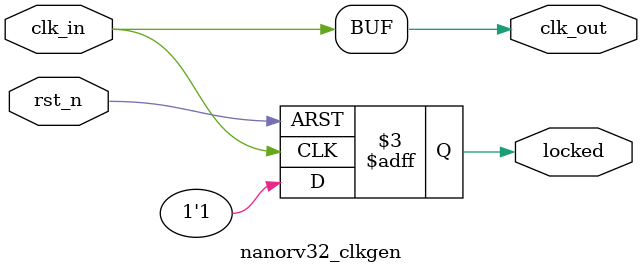
<source format=v>

module nanorv32_clkgen (/*AUTOARG*/
   // Outputs
   clk_out, locked,
   // Inputs
   clk_in, rst_n
   );

   input clk_in;
   output clk_out;
   output locked;
   input  rst_n;



   /*AUTOINPUT*/
   /*AUTOOUTPUT*/

   /*AUTOREG*/
   /*AUTOWIRE*/

   reg    locked;

   assign clk_out = clk_in;
   always @(posedge clk_in or negedge rst_n) begin
      if(rst_n == 1'b0) begin
         /*AUTORESET*/
         // Beginning of autoreset for uninitialized flops
         locked <= 1'h0;
         // End of automatics
      end
      else begin
         locked <= 1;
      end
   end



endmodule // nanorv32_clkgen
/*
 Local Variables:
 verilog-library-directories:(
 "."
 )
 End:
 */

</source>
